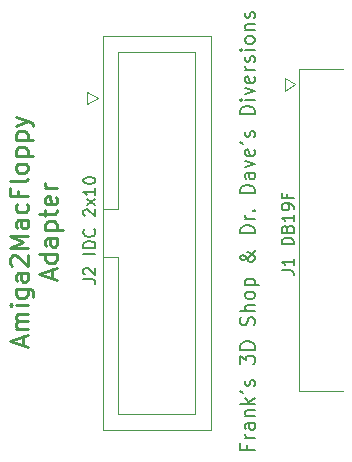
<source format=gbr>
%TF.GenerationSoftware,KiCad,Pcbnew,(5.1.9)-1*%
%TF.CreationDate,2021-07-27T13:59:00-04:00*%
%TF.ProjectId,Amiga2MacFloppy,416d6967-6132-44d6-9163-466c6f707079,1.0*%
%TF.SameCoordinates,Original*%
%TF.FileFunction,Legend,Top*%
%TF.FilePolarity,Positive*%
%FSLAX46Y46*%
G04 Gerber Fmt 4.6, Leading zero omitted, Abs format (unit mm)*
G04 Created by KiCad (PCBNEW (5.1.9)-1) date 2021-07-27 13:59:00*
%MOMM*%
%LPD*%
G01*
G04 APERTURE LIST*
%ADD10C,0.120000*%
%ADD11C,0.250000*%
%ADD12C,0.150000*%
G04 APERTURE END LIST*
D10*
X155067760Y-96292960D02*
X155967760Y-95692960D01*
X155067760Y-95192960D02*
X155067760Y-96292960D01*
X155967760Y-95692960D02*
X155067760Y-95192960D01*
D11*
X132867760Y-117800102D02*
X132867760Y-117085817D01*
X133296331Y-117942960D02*
X131796331Y-117442960D01*
X133296331Y-116942960D01*
X133296331Y-116442960D02*
X132296331Y-116442960D01*
X132439188Y-116442960D02*
X132367760Y-116371531D01*
X132296331Y-116228674D01*
X132296331Y-116014388D01*
X132367760Y-115871531D01*
X132510617Y-115800102D01*
X133296331Y-115800102D01*
X132510617Y-115800102D02*
X132367760Y-115728674D01*
X132296331Y-115585817D01*
X132296331Y-115371531D01*
X132367760Y-115228674D01*
X132510617Y-115157245D01*
X133296331Y-115157245D01*
X133296331Y-114442960D02*
X132296331Y-114442960D01*
X131796331Y-114442960D02*
X131867760Y-114514388D01*
X131939188Y-114442960D01*
X131867760Y-114371531D01*
X131796331Y-114442960D01*
X131939188Y-114442960D01*
X132296331Y-113085817D02*
X133510617Y-113085817D01*
X133653474Y-113157245D01*
X133724902Y-113228674D01*
X133796331Y-113371531D01*
X133796331Y-113585817D01*
X133724902Y-113728674D01*
X133224902Y-113085817D02*
X133296331Y-113228674D01*
X133296331Y-113514388D01*
X133224902Y-113657245D01*
X133153474Y-113728674D01*
X133010617Y-113800102D01*
X132582045Y-113800102D01*
X132439188Y-113728674D01*
X132367760Y-113657245D01*
X132296331Y-113514388D01*
X132296331Y-113228674D01*
X132367760Y-113085817D01*
X133296331Y-111728674D02*
X132510617Y-111728674D01*
X132367760Y-111800102D01*
X132296331Y-111942960D01*
X132296331Y-112228674D01*
X132367760Y-112371531D01*
X133224902Y-111728674D02*
X133296331Y-111871531D01*
X133296331Y-112228674D01*
X133224902Y-112371531D01*
X133082045Y-112442960D01*
X132939188Y-112442960D01*
X132796331Y-112371531D01*
X132724902Y-112228674D01*
X132724902Y-111871531D01*
X132653474Y-111728674D01*
X131939188Y-111085817D02*
X131867760Y-111014388D01*
X131796331Y-110871531D01*
X131796331Y-110514388D01*
X131867760Y-110371531D01*
X131939188Y-110300102D01*
X132082045Y-110228674D01*
X132224902Y-110228674D01*
X132439188Y-110300102D01*
X133296331Y-111157245D01*
X133296331Y-110228674D01*
X133296331Y-109585817D02*
X131796331Y-109585817D01*
X132867760Y-109085817D01*
X131796331Y-108585817D01*
X133296331Y-108585817D01*
X133296331Y-107228674D02*
X132510617Y-107228674D01*
X132367760Y-107300102D01*
X132296331Y-107442960D01*
X132296331Y-107728674D01*
X132367760Y-107871531D01*
X133224902Y-107228674D02*
X133296331Y-107371531D01*
X133296331Y-107728674D01*
X133224902Y-107871531D01*
X133082045Y-107942960D01*
X132939188Y-107942960D01*
X132796331Y-107871531D01*
X132724902Y-107728674D01*
X132724902Y-107371531D01*
X132653474Y-107228674D01*
X133224902Y-105871531D02*
X133296331Y-106014388D01*
X133296331Y-106300102D01*
X133224902Y-106442960D01*
X133153474Y-106514388D01*
X133010617Y-106585817D01*
X132582045Y-106585817D01*
X132439188Y-106514388D01*
X132367760Y-106442960D01*
X132296331Y-106300102D01*
X132296331Y-106014388D01*
X132367760Y-105871531D01*
X132510617Y-104728674D02*
X132510617Y-105228674D01*
X133296331Y-105228674D02*
X131796331Y-105228674D01*
X131796331Y-104514388D01*
X133296331Y-103728674D02*
X133224902Y-103871531D01*
X133082045Y-103942960D01*
X131796331Y-103942960D01*
X133296331Y-102942960D02*
X133224902Y-103085817D01*
X133153474Y-103157245D01*
X133010617Y-103228674D01*
X132582045Y-103228674D01*
X132439188Y-103157245D01*
X132367760Y-103085817D01*
X132296331Y-102942960D01*
X132296331Y-102728674D01*
X132367760Y-102585817D01*
X132439188Y-102514388D01*
X132582045Y-102442960D01*
X133010617Y-102442960D01*
X133153474Y-102514388D01*
X133224902Y-102585817D01*
X133296331Y-102728674D01*
X133296331Y-102942960D01*
X132296331Y-101800102D02*
X133796331Y-101800102D01*
X132367760Y-101800102D02*
X132296331Y-101657245D01*
X132296331Y-101371531D01*
X132367760Y-101228674D01*
X132439188Y-101157245D01*
X132582045Y-101085817D01*
X133010617Y-101085817D01*
X133153474Y-101157245D01*
X133224902Y-101228674D01*
X133296331Y-101371531D01*
X133296331Y-101657245D01*
X133224902Y-101800102D01*
X132296331Y-100442960D02*
X133796331Y-100442960D01*
X132367760Y-100442960D02*
X132296331Y-100300102D01*
X132296331Y-100014388D01*
X132367760Y-99871531D01*
X132439188Y-99800102D01*
X132582045Y-99728674D01*
X133010617Y-99728674D01*
X133153474Y-99800102D01*
X133224902Y-99871531D01*
X133296331Y-100014388D01*
X133296331Y-100300102D01*
X133224902Y-100442960D01*
X132296331Y-99228674D02*
X133296331Y-98871531D01*
X132296331Y-98514388D02*
X133296331Y-98871531D01*
X133653474Y-99014388D01*
X133724902Y-99085817D01*
X133796331Y-99228674D01*
X135367760Y-112121531D02*
X135367760Y-111407245D01*
X135796331Y-112264388D02*
X134296331Y-111764388D01*
X135796331Y-111264388D01*
X135796331Y-110121531D02*
X134296331Y-110121531D01*
X135724902Y-110121531D02*
X135796331Y-110264388D01*
X135796331Y-110550102D01*
X135724902Y-110692960D01*
X135653474Y-110764388D01*
X135510617Y-110835817D01*
X135082045Y-110835817D01*
X134939188Y-110764388D01*
X134867760Y-110692960D01*
X134796331Y-110550102D01*
X134796331Y-110264388D01*
X134867760Y-110121531D01*
X135796331Y-108764388D02*
X135010617Y-108764388D01*
X134867760Y-108835817D01*
X134796331Y-108978674D01*
X134796331Y-109264388D01*
X134867760Y-109407245D01*
X135724902Y-108764388D02*
X135796331Y-108907245D01*
X135796331Y-109264388D01*
X135724902Y-109407245D01*
X135582045Y-109478674D01*
X135439188Y-109478674D01*
X135296331Y-109407245D01*
X135224902Y-109264388D01*
X135224902Y-108907245D01*
X135153474Y-108764388D01*
X134796331Y-108050102D02*
X136296331Y-108050102D01*
X134867760Y-108050102D02*
X134796331Y-107907245D01*
X134796331Y-107621531D01*
X134867760Y-107478674D01*
X134939188Y-107407245D01*
X135082045Y-107335817D01*
X135510617Y-107335817D01*
X135653474Y-107407245D01*
X135724902Y-107478674D01*
X135796331Y-107621531D01*
X135796331Y-107907245D01*
X135724902Y-108050102D01*
X134796331Y-106907245D02*
X134796331Y-106335817D01*
X134296331Y-106692960D02*
X135582045Y-106692960D01*
X135724902Y-106621531D01*
X135796331Y-106478674D01*
X135796331Y-106335817D01*
X135724902Y-105264388D02*
X135796331Y-105407245D01*
X135796331Y-105692960D01*
X135724902Y-105835817D01*
X135582045Y-105907245D01*
X135010617Y-105907245D01*
X134867760Y-105835817D01*
X134796331Y-105692960D01*
X134796331Y-105407245D01*
X134867760Y-105264388D01*
X135010617Y-105192960D01*
X135153474Y-105192960D01*
X135296331Y-105907245D01*
X135796331Y-104550102D02*
X134796331Y-104550102D01*
X135082045Y-104550102D02*
X134939188Y-104478674D01*
X134867760Y-104407245D01*
X134796331Y-104264388D01*
X134796331Y-104121531D01*
D12*
X151882045Y-126307245D02*
X151882045Y-126707245D01*
X152510617Y-126707245D02*
X151310617Y-126707245D01*
X151310617Y-126135817D01*
X152510617Y-125678674D02*
X151710617Y-125678674D01*
X151939188Y-125678674D02*
X151824902Y-125621531D01*
X151767760Y-125564388D01*
X151710617Y-125450102D01*
X151710617Y-125335817D01*
X152510617Y-124421531D02*
X151882045Y-124421531D01*
X151767760Y-124478674D01*
X151710617Y-124592960D01*
X151710617Y-124821531D01*
X151767760Y-124935817D01*
X152453474Y-124421531D02*
X152510617Y-124535817D01*
X152510617Y-124821531D01*
X152453474Y-124935817D01*
X152339188Y-124992960D01*
X152224902Y-124992960D01*
X152110617Y-124935817D01*
X152053474Y-124821531D01*
X152053474Y-124535817D01*
X151996331Y-124421531D01*
X151710617Y-123850102D02*
X152510617Y-123850102D01*
X151824902Y-123850102D02*
X151767760Y-123792960D01*
X151710617Y-123678674D01*
X151710617Y-123507245D01*
X151767760Y-123392960D01*
X151882045Y-123335817D01*
X152510617Y-123335817D01*
X152510617Y-122764388D02*
X151310617Y-122764388D01*
X152053474Y-122650102D02*
X152510617Y-122307245D01*
X151710617Y-122307245D02*
X152167760Y-122764388D01*
X151310617Y-121735817D02*
X151539188Y-121850102D01*
X152453474Y-121278674D02*
X152510617Y-121164388D01*
X152510617Y-120935817D01*
X152453474Y-120821531D01*
X152339188Y-120764388D01*
X152282045Y-120764388D01*
X152167760Y-120821531D01*
X152110617Y-120935817D01*
X152110617Y-121107245D01*
X152053474Y-121221531D01*
X151939188Y-121278674D01*
X151882045Y-121278674D01*
X151767760Y-121221531D01*
X151710617Y-121107245D01*
X151710617Y-120935817D01*
X151767760Y-120821531D01*
X151310617Y-119450102D02*
X151310617Y-118707245D01*
X151767760Y-119107245D01*
X151767760Y-118935817D01*
X151824902Y-118821531D01*
X151882045Y-118764388D01*
X151996331Y-118707245D01*
X152282045Y-118707245D01*
X152396331Y-118764388D01*
X152453474Y-118821531D01*
X152510617Y-118935817D01*
X152510617Y-119278674D01*
X152453474Y-119392960D01*
X152396331Y-119450102D01*
X152510617Y-118192960D02*
X151310617Y-118192960D01*
X151310617Y-117907245D01*
X151367760Y-117735817D01*
X151482045Y-117621531D01*
X151596331Y-117564388D01*
X151824902Y-117507245D01*
X151996331Y-117507245D01*
X152224902Y-117564388D01*
X152339188Y-117621531D01*
X152453474Y-117735817D01*
X152510617Y-117907245D01*
X152510617Y-118192960D01*
X152453474Y-116135817D02*
X152510617Y-115964388D01*
X152510617Y-115678674D01*
X152453474Y-115564388D01*
X152396331Y-115507245D01*
X152282045Y-115450102D01*
X152167760Y-115450102D01*
X152053474Y-115507245D01*
X151996331Y-115564388D01*
X151939188Y-115678674D01*
X151882045Y-115907245D01*
X151824902Y-116021531D01*
X151767760Y-116078674D01*
X151653474Y-116135817D01*
X151539188Y-116135817D01*
X151424902Y-116078674D01*
X151367760Y-116021531D01*
X151310617Y-115907245D01*
X151310617Y-115621531D01*
X151367760Y-115450102D01*
X152510617Y-114935817D02*
X151310617Y-114935817D01*
X152510617Y-114421531D02*
X151882045Y-114421531D01*
X151767760Y-114478674D01*
X151710617Y-114592960D01*
X151710617Y-114764388D01*
X151767760Y-114878674D01*
X151824902Y-114935817D01*
X152510617Y-113678674D02*
X152453474Y-113792960D01*
X152396331Y-113850102D01*
X152282045Y-113907245D01*
X151939188Y-113907245D01*
X151824902Y-113850102D01*
X151767760Y-113792960D01*
X151710617Y-113678674D01*
X151710617Y-113507245D01*
X151767760Y-113392960D01*
X151824902Y-113335817D01*
X151939188Y-113278674D01*
X152282045Y-113278674D01*
X152396331Y-113335817D01*
X152453474Y-113392960D01*
X152510617Y-113507245D01*
X152510617Y-113678674D01*
X151710617Y-112764388D02*
X152910617Y-112764388D01*
X151767760Y-112764388D02*
X151710617Y-112650102D01*
X151710617Y-112421531D01*
X151767760Y-112307245D01*
X151824902Y-112250102D01*
X151939188Y-112192960D01*
X152282045Y-112192960D01*
X152396331Y-112250102D01*
X152453474Y-112307245D01*
X152510617Y-112421531D01*
X152510617Y-112650102D01*
X152453474Y-112764388D01*
X152510617Y-109792960D02*
X152510617Y-109850102D01*
X152453474Y-109964388D01*
X152282045Y-110135817D01*
X151939188Y-110421531D01*
X151767760Y-110535817D01*
X151596331Y-110592960D01*
X151482045Y-110592960D01*
X151367760Y-110535817D01*
X151310617Y-110421531D01*
X151310617Y-110364388D01*
X151367760Y-110250102D01*
X151482045Y-110192960D01*
X151539188Y-110192960D01*
X151653474Y-110250102D01*
X151710617Y-110307245D01*
X151939188Y-110650102D01*
X151996331Y-110707245D01*
X152110617Y-110764388D01*
X152282045Y-110764388D01*
X152396331Y-110707245D01*
X152453474Y-110650102D01*
X152510617Y-110535817D01*
X152510617Y-110364388D01*
X152453474Y-110250102D01*
X152396331Y-110192960D01*
X152167760Y-110021531D01*
X151996331Y-109964388D01*
X151882045Y-109964388D01*
X152510617Y-108364388D02*
X151310617Y-108364388D01*
X151310617Y-108078674D01*
X151367760Y-107907245D01*
X151482045Y-107792960D01*
X151596331Y-107735817D01*
X151824902Y-107678674D01*
X151996331Y-107678674D01*
X152224902Y-107735817D01*
X152339188Y-107792960D01*
X152453474Y-107907245D01*
X152510617Y-108078674D01*
X152510617Y-108364388D01*
X152510617Y-107164388D02*
X151710617Y-107164388D01*
X151939188Y-107164388D02*
X151824902Y-107107245D01*
X151767760Y-107050102D01*
X151710617Y-106935817D01*
X151710617Y-106821531D01*
X152396331Y-106421531D02*
X152453474Y-106364388D01*
X152510617Y-106421531D01*
X152453474Y-106478674D01*
X152396331Y-106421531D01*
X152510617Y-106421531D01*
X152510617Y-104935817D02*
X151310617Y-104935817D01*
X151310617Y-104650102D01*
X151367760Y-104478674D01*
X151482045Y-104364388D01*
X151596331Y-104307245D01*
X151824902Y-104250102D01*
X151996331Y-104250102D01*
X152224902Y-104307245D01*
X152339188Y-104364388D01*
X152453474Y-104478674D01*
X152510617Y-104650102D01*
X152510617Y-104935817D01*
X152510617Y-103221531D02*
X151882045Y-103221531D01*
X151767760Y-103278674D01*
X151710617Y-103392960D01*
X151710617Y-103621531D01*
X151767760Y-103735817D01*
X152453474Y-103221531D02*
X152510617Y-103335817D01*
X152510617Y-103621531D01*
X152453474Y-103735817D01*
X152339188Y-103792960D01*
X152224902Y-103792960D01*
X152110617Y-103735817D01*
X152053474Y-103621531D01*
X152053474Y-103335817D01*
X151996331Y-103221531D01*
X151710617Y-102764388D02*
X152510617Y-102478674D01*
X151710617Y-102192960D01*
X152453474Y-101278674D02*
X152510617Y-101392960D01*
X152510617Y-101621531D01*
X152453474Y-101735817D01*
X152339188Y-101792960D01*
X151882045Y-101792960D01*
X151767760Y-101735817D01*
X151710617Y-101621531D01*
X151710617Y-101392960D01*
X151767760Y-101278674D01*
X151882045Y-101221531D01*
X151996331Y-101221531D01*
X152110617Y-101792960D01*
X151310617Y-100650102D02*
X151539188Y-100764388D01*
X152453474Y-100192960D02*
X152510617Y-100078674D01*
X152510617Y-99850102D01*
X152453474Y-99735817D01*
X152339188Y-99678674D01*
X152282045Y-99678674D01*
X152167760Y-99735817D01*
X152110617Y-99850102D01*
X152110617Y-100021531D01*
X152053474Y-100135817D01*
X151939188Y-100192960D01*
X151882045Y-100192960D01*
X151767760Y-100135817D01*
X151710617Y-100021531D01*
X151710617Y-99850102D01*
X151767760Y-99735817D01*
X152510617Y-98250102D02*
X151310617Y-98250102D01*
X151310617Y-97964388D01*
X151367760Y-97792960D01*
X151482045Y-97678674D01*
X151596331Y-97621531D01*
X151824902Y-97564388D01*
X151996331Y-97564388D01*
X152224902Y-97621531D01*
X152339188Y-97678674D01*
X152453474Y-97792960D01*
X152510617Y-97964388D01*
X152510617Y-98250102D01*
X152510617Y-97050102D02*
X151710617Y-97050102D01*
X151310617Y-97050102D02*
X151367760Y-97107245D01*
X151424902Y-97050102D01*
X151367760Y-96992960D01*
X151310617Y-97050102D01*
X151424902Y-97050102D01*
X151710617Y-96592960D02*
X152510617Y-96307245D01*
X151710617Y-96021531D01*
X152453474Y-95107245D02*
X152510617Y-95221531D01*
X152510617Y-95450102D01*
X152453474Y-95564388D01*
X152339188Y-95621531D01*
X151882045Y-95621531D01*
X151767760Y-95564388D01*
X151710617Y-95450102D01*
X151710617Y-95221531D01*
X151767760Y-95107245D01*
X151882045Y-95050102D01*
X151996331Y-95050102D01*
X152110617Y-95621531D01*
X152510617Y-94535817D02*
X151710617Y-94535817D01*
X151939188Y-94535817D02*
X151824902Y-94478674D01*
X151767760Y-94421531D01*
X151710617Y-94307245D01*
X151710617Y-94192960D01*
X152453474Y-93850102D02*
X152510617Y-93735817D01*
X152510617Y-93507245D01*
X152453474Y-93392960D01*
X152339188Y-93335817D01*
X152282045Y-93335817D01*
X152167760Y-93392960D01*
X152110617Y-93507245D01*
X152110617Y-93678674D01*
X152053474Y-93792960D01*
X151939188Y-93850102D01*
X151882045Y-93850102D01*
X151767760Y-93792960D01*
X151710617Y-93678674D01*
X151710617Y-93507245D01*
X151767760Y-93392960D01*
X152510617Y-92821531D02*
X151710617Y-92821531D01*
X151310617Y-92821531D02*
X151367760Y-92878674D01*
X151424902Y-92821531D01*
X151367760Y-92764388D01*
X151310617Y-92821531D01*
X151424902Y-92821531D01*
X152510617Y-92078674D02*
X152453474Y-92192960D01*
X152396331Y-92250102D01*
X152282045Y-92307245D01*
X151939188Y-92307245D01*
X151824902Y-92250102D01*
X151767760Y-92192960D01*
X151710617Y-92078674D01*
X151710617Y-91907245D01*
X151767760Y-91792960D01*
X151824902Y-91735817D01*
X151939188Y-91678674D01*
X152282045Y-91678674D01*
X152396331Y-91735817D01*
X152453474Y-91792960D01*
X152510617Y-91907245D01*
X152510617Y-92078674D01*
X151710617Y-91164388D02*
X152510617Y-91164388D01*
X151824902Y-91164388D02*
X151767760Y-91107245D01*
X151710617Y-90992960D01*
X151710617Y-90821531D01*
X151767760Y-90707245D01*
X151882045Y-90650102D01*
X152510617Y-90650102D01*
X152453474Y-90135817D02*
X152510617Y-90021531D01*
X152510617Y-89792960D01*
X152453474Y-89678674D01*
X152339188Y-89621531D01*
X152282045Y-89621531D01*
X152167760Y-89678674D01*
X152110617Y-89792960D01*
X152110617Y-89964388D01*
X152053474Y-90078674D01*
X151939188Y-90135817D01*
X151882045Y-90135817D01*
X151767760Y-90078674D01*
X151710617Y-89964388D01*
X151710617Y-89792960D01*
X151767760Y-89678674D01*
D10*
%TO.C,J1 DB19F*%
X160008000Y-94453667D02*
X156268000Y-94453667D01*
X156268000Y-94453667D02*
X156268000Y-121678333D01*
X156268000Y-121678333D02*
X160008000Y-121678333D01*
%TO.C,J2 IDC 2x10*%
X139678000Y-91683000D02*
X148798000Y-91683000D01*
X148798000Y-91683000D02*
X148798000Y-124963000D01*
X148798000Y-124963000D02*
X139678000Y-124963000D01*
X139678000Y-124963000D02*
X139678000Y-91683000D01*
X139678000Y-106273000D02*
X140988000Y-106273000D01*
X140988000Y-106273000D02*
X140988000Y-92983000D01*
X140988000Y-92983000D02*
X147488000Y-92983000D01*
X147488000Y-92983000D02*
X147488000Y-123663000D01*
X147488000Y-123663000D02*
X140988000Y-123663000D01*
X140988000Y-123663000D02*
X140988000Y-110373000D01*
X140988000Y-110373000D02*
X140988000Y-110373000D01*
X140988000Y-110373000D02*
X139678000Y-110373000D01*
X139288000Y-96893000D02*
X138288000Y-96393000D01*
X138288000Y-96393000D02*
X138288000Y-97393000D01*
X138288000Y-97393000D02*
X139288000Y-96893000D01*
%TO.C,J1 DB19F*%
D12*
X154820140Y-111488198D02*
X155534426Y-111488198D01*
X155677283Y-111535817D01*
X155772521Y-111631055D01*
X155820140Y-111773912D01*
X155820140Y-111869150D01*
X155820140Y-110488198D02*
X155820140Y-111059626D01*
X155820140Y-110773912D02*
X154820140Y-110773912D01*
X154962998Y-110869150D01*
X155058236Y-110964388D01*
X155105855Y-111059626D01*
X155820140Y-109297721D02*
X154820140Y-109297721D01*
X154820140Y-109059626D01*
X154867760Y-108916769D01*
X154962998Y-108821531D01*
X155058236Y-108773912D01*
X155248712Y-108726293D01*
X155391569Y-108726293D01*
X155582045Y-108773912D01*
X155677283Y-108821531D01*
X155772521Y-108916769D01*
X155820140Y-109059626D01*
X155820140Y-109297721D01*
X155296331Y-107964388D02*
X155343950Y-107821531D01*
X155391569Y-107773912D01*
X155486807Y-107726293D01*
X155629664Y-107726293D01*
X155724902Y-107773912D01*
X155772521Y-107821531D01*
X155820140Y-107916769D01*
X155820140Y-108297721D01*
X154820140Y-108297721D01*
X154820140Y-107964388D01*
X154867760Y-107869150D01*
X154915379Y-107821531D01*
X155010617Y-107773912D01*
X155105855Y-107773912D01*
X155201093Y-107821531D01*
X155248712Y-107869150D01*
X155296331Y-107964388D01*
X155296331Y-108297721D01*
X155820140Y-106773912D02*
X155820140Y-107345340D01*
X155820140Y-107059626D02*
X154820140Y-107059626D01*
X154962998Y-107154864D01*
X155058236Y-107250102D01*
X155105855Y-107345340D01*
X155820140Y-106297721D02*
X155820140Y-106107245D01*
X155772521Y-106012007D01*
X155724902Y-105964388D01*
X155582045Y-105869150D01*
X155391569Y-105821531D01*
X155010617Y-105821531D01*
X154915379Y-105869150D01*
X154867760Y-105916769D01*
X154820140Y-106012007D01*
X154820140Y-106202483D01*
X154867760Y-106297721D01*
X154915379Y-106345340D01*
X155010617Y-106392960D01*
X155248712Y-106392960D01*
X155343950Y-106345340D01*
X155391569Y-106297721D01*
X155439188Y-106202483D01*
X155439188Y-106012007D01*
X155391569Y-105916769D01*
X155343950Y-105869150D01*
X155248712Y-105821531D01*
X155296331Y-105059626D02*
X155296331Y-105392960D01*
X155820140Y-105392960D02*
X154820140Y-105392960D01*
X154820140Y-104916769D01*
%TO.C,J2 IDC 2x10*%
X138020140Y-112259626D02*
X138734426Y-112259626D01*
X138877283Y-112307245D01*
X138972521Y-112402483D01*
X139020140Y-112545340D01*
X139020140Y-112640579D01*
X138115379Y-111831055D02*
X138067760Y-111783436D01*
X138020140Y-111688198D01*
X138020140Y-111450102D01*
X138067760Y-111354864D01*
X138115379Y-111307245D01*
X138210617Y-111259626D01*
X138305855Y-111259626D01*
X138448712Y-111307245D01*
X139020140Y-111878674D01*
X139020140Y-111259626D01*
X139020140Y-110069150D02*
X138020140Y-110069150D01*
X139020140Y-109592960D02*
X138020140Y-109592960D01*
X138020140Y-109354864D01*
X138067760Y-109212007D01*
X138162998Y-109116769D01*
X138258236Y-109069150D01*
X138448712Y-109021531D01*
X138591569Y-109021531D01*
X138782045Y-109069150D01*
X138877283Y-109116769D01*
X138972521Y-109212007D01*
X139020140Y-109354864D01*
X139020140Y-109592960D01*
X138924902Y-108021531D02*
X138972521Y-108069150D01*
X139020140Y-108212007D01*
X139020140Y-108307245D01*
X138972521Y-108450102D01*
X138877283Y-108545340D01*
X138782045Y-108592960D01*
X138591569Y-108640579D01*
X138448712Y-108640579D01*
X138258236Y-108592960D01*
X138162998Y-108545340D01*
X138067760Y-108450102D01*
X138020140Y-108307245D01*
X138020140Y-108212007D01*
X138067760Y-108069150D01*
X138115379Y-108021531D01*
X138115379Y-106878674D02*
X138067760Y-106831055D01*
X138020140Y-106735817D01*
X138020140Y-106497721D01*
X138067760Y-106402483D01*
X138115379Y-106354864D01*
X138210617Y-106307245D01*
X138305855Y-106307245D01*
X138448712Y-106354864D01*
X139020140Y-106926293D01*
X139020140Y-106307245D01*
X139020140Y-105973912D02*
X138353474Y-105450102D01*
X138353474Y-105973912D02*
X139020140Y-105450102D01*
X139020140Y-104545340D02*
X139020140Y-105116769D01*
X139020140Y-104831055D02*
X138020140Y-104831055D01*
X138162998Y-104926293D01*
X138258236Y-105021531D01*
X138305855Y-105116769D01*
X138020140Y-103926293D02*
X138020140Y-103831055D01*
X138067760Y-103735817D01*
X138115379Y-103688198D01*
X138210617Y-103640579D01*
X138401093Y-103592960D01*
X138639188Y-103592960D01*
X138829664Y-103640579D01*
X138924902Y-103688198D01*
X138972521Y-103735817D01*
X139020140Y-103831055D01*
X139020140Y-103926293D01*
X138972521Y-104021531D01*
X138924902Y-104069150D01*
X138829664Y-104116769D01*
X138639188Y-104164388D01*
X138401093Y-104164388D01*
X138210617Y-104116769D01*
X138115379Y-104069150D01*
X138067760Y-104021531D01*
X138020140Y-103926293D01*
%TD*%
M02*

</source>
